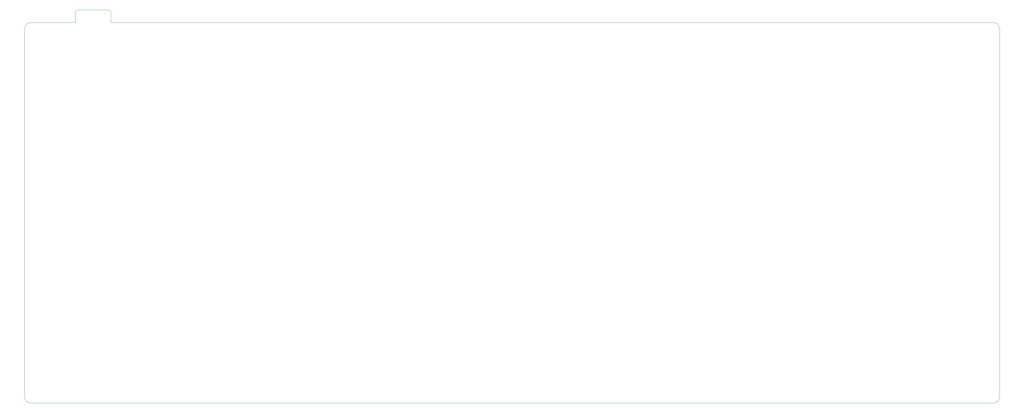
<source format=gbr>
G04 #@! TF.GenerationSoftware,KiCad,Pcbnew,(5.1.4)-1*
G04 #@! TF.CreationDate,2021-01-05T22:26:21-08:00*
G04 #@! TF.ProjectId,Seck_C_75,5365636b-5f43-45f3-9735-2e6b69636164,rev?*
G04 #@! TF.SameCoordinates,Original*
G04 #@! TF.FileFunction,Profile,NP*
%FSLAX46Y46*%
G04 Gerber Fmt 4.6, Leading zero omitted, Abs format (unit mm)*
G04 Created by KiCad (PCBNEW (5.1.4)-1) date 2021-01-05 22:26:21*
%MOMM*%
%LPD*%
G04 APERTURE LIST*
%ADD10C,0.050000*%
G04 APERTURE END LIST*
D10*
X37893750Y-6350000D02*
G75*
G02X38893750Y-7350000I0J-1000000D01*
G01*
X27781250Y-7350000D02*
G75*
G02X28781250Y-6350000I1000000J0D01*
G01*
X27781250Y-7350000D02*
X27781250Y-10318750D01*
X37893750Y-6350000D02*
X28781250Y-6350000D01*
X38893750Y-10318750D02*
X38893750Y-7350000D01*
X314706250Y-10318750D02*
X38893750Y-10318750D01*
X314706250Y-10318750D02*
G75*
G02X316706250Y-12318750I0J-2000000D01*
G01*
X316706250Y-127381250D02*
G75*
G02X314706250Y-129381250I-2000000J0D01*
G01*
X13906250Y-129381250D02*
G75*
G02X11906250Y-127381250I0J2000000D01*
G01*
X11906250Y-12318750D02*
G75*
G02X13906250Y-10318750I2000000J0D01*
G01*
X27781250Y-10318750D02*
X13906250Y-10318750D01*
X316706250Y-127381250D02*
X316706250Y-12318750D01*
X13906250Y-129381250D02*
X314706250Y-129381250D01*
X11906250Y-12318750D02*
X11906250Y-127381250D01*
M02*

</source>
